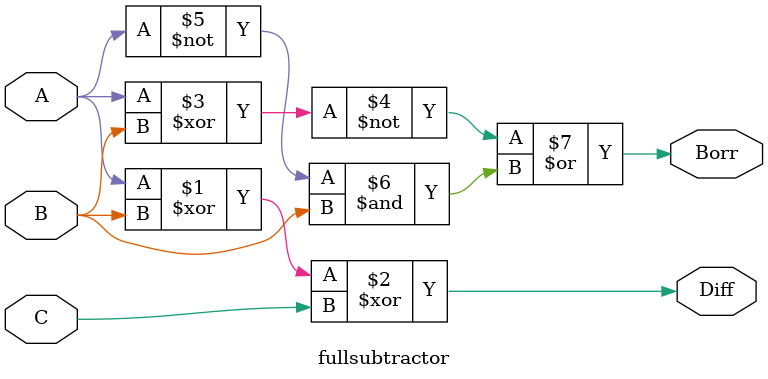
<source format=v>
module fullsubtractor(A,B,C,Diff,Borr);
  input A,B,C;
  output Diff,Borr;
  assign Diff=(A^B)^C,Borr=~(A^B)|((~A)&B);
endmodule
</source>
